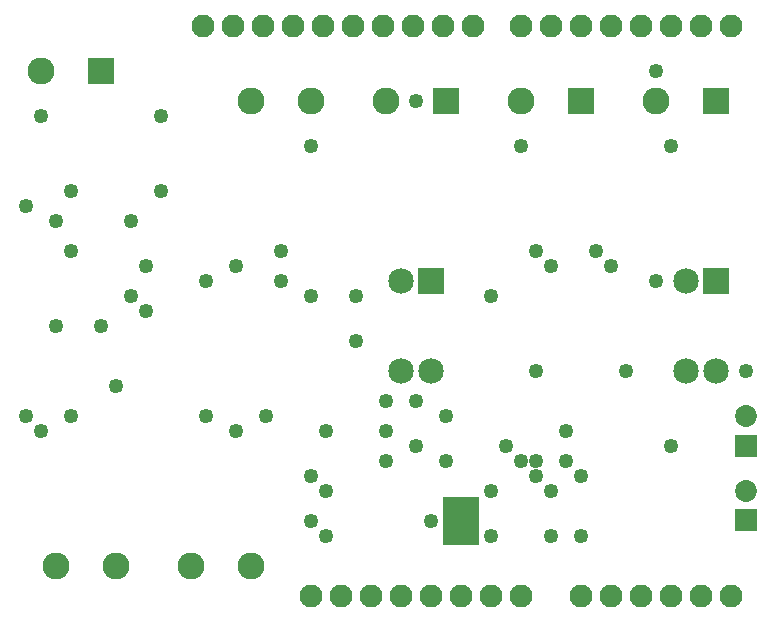
<source format=gbs>
G04 MADE WITH FRITZING*
G04 WWW.FRITZING.ORG*
G04 DOUBLE SIDED*
G04 HOLES PLATED*
G04 CONTOUR ON CENTER OF CONTOUR VECTOR*
%ASAXBY*%
%FSLAX23Y23*%
%MOIN*%
%OFA0B0*%
%SFA1.0B1.0*%
%ADD10C,0.049370*%
%ADD11C,0.076194*%
%ADD12C,0.076222*%
%ADD13C,0.090000*%
%ADD14C,0.085000*%
%ADD15C,0.072992*%
%ADD16R,0.121721X0.160623*%
%ADD17R,0.090000X0.090000*%
%ADD18R,0.085000X0.085000*%
%ADD19R,0.072992X0.072992*%
%ADD20C,0.030000*%
%LNMASK0*%
G90*
G70*
G54D10*
X1702Y452D03*
X1252Y952D03*
X1252Y1102D03*
X1452Y1752D03*
X302Y1452D03*
X302Y1252D03*
X552Y1202D03*
X552Y1052D03*
X602Y1452D03*
X602Y1702D03*
X202Y1702D03*
X152Y1402D03*
X252Y1002D03*
X502Y1352D03*
X2252Y1152D03*
X1502Y352D03*
X2552Y852D03*
X1702Y1102D03*
X2303Y603D03*
X1552Y703D03*
X1802Y552D03*
X502Y1102D03*
X1802Y1602D03*
X402Y1002D03*
X252Y1352D03*
X1702Y302D03*
X1902Y302D03*
X1902Y452D03*
G54D11*
X2102Y103D03*
X2202Y103D03*
X2302Y103D03*
X2402Y103D03*
X2502Y103D03*
G54D12*
X1642Y2003D03*
X1542Y2003D03*
X1442Y2003D03*
X1342Y2003D03*
X1242Y2003D03*
X1142Y2003D03*
X1042Y2003D03*
X942Y2003D03*
X842Y2003D03*
X742Y2003D03*
X2502Y2003D03*
X2402Y2003D03*
X2302Y2003D03*
X2202Y2003D03*
X2102Y2003D03*
X2002Y2003D03*
X1902Y2003D03*
X1802Y2003D03*
G54D11*
X1202Y103D03*
X1102Y103D03*
X1302Y103D03*
X1402Y103D03*
X1502Y103D03*
X1602Y103D03*
X1702Y103D03*
X1802Y103D03*
X2002Y103D03*
G54D13*
X2452Y1753D03*
X2252Y1753D03*
X1552Y1752D03*
X1352Y1752D03*
X252Y202D03*
X452Y202D03*
X702Y202D03*
X902Y202D03*
X1102Y1752D03*
X902Y1752D03*
X2002Y1753D03*
X1802Y1753D03*
X402Y1852D03*
X202Y1852D03*
G54D14*
X2452Y1152D03*
X2452Y852D03*
X2352Y1152D03*
X2352Y852D03*
X1502Y1152D03*
X1502Y852D03*
X1402Y1152D03*
X1402Y852D03*
G54D15*
X2552Y602D03*
X2552Y701D03*
X2552Y354D03*
X2552Y453D03*
G54D10*
X1852Y851D03*
X2152Y852D03*
X1102Y1602D03*
X1102Y1102D03*
X952Y702D03*
X1002Y1252D03*
X852Y1202D03*
X852Y652D03*
X2002Y302D03*
X2002Y502D03*
X1852Y502D03*
X1552Y552D03*
X1352Y552D03*
X1002Y1152D03*
X752Y1152D03*
X752Y702D03*
X152Y702D03*
X202Y652D03*
X1102Y352D03*
X1152Y302D03*
X1152Y452D03*
X2252Y1852D03*
X2302Y1602D03*
X1852Y1252D03*
X2102Y1202D03*
X2052Y1252D03*
X1902Y1202D03*
X1952Y652D03*
X1952Y552D03*
X1752Y602D03*
X1452Y602D03*
X1352Y652D03*
X1152Y652D03*
X1102Y502D03*
X302Y702D03*
X1852Y552D03*
X1452Y752D03*
X1352Y752D03*
X452Y802D03*
G54D16*
X1602Y353D03*
G54D17*
X2452Y1753D03*
X1552Y1752D03*
X2002Y1753D03*
X402Y1852D03*
G54D18*
X2452Y1152D03*
X1502Y1152D03*
G54D19*
X2552Y602D03*
X2552Y354D03*
G54D20*
G36*
X222Y232D02*
X282Y232D01*
X282Y172D01*
X222Y172D01*
X222Y232D01*
G37*
D02*
G36*
X672Y232D02*
X732Y232D01*
X732Y172D01*
X672Y172D01*
X672Y232D01*
G37*
D02*
G36*
X1132Y1722D02*
X1072Y1722D01*
X1072Y1782D01*
X1132Y1782D01*
X1132Y1722D01*
G37*
D02*
G04 End of Mask0*
M02*
</source>
